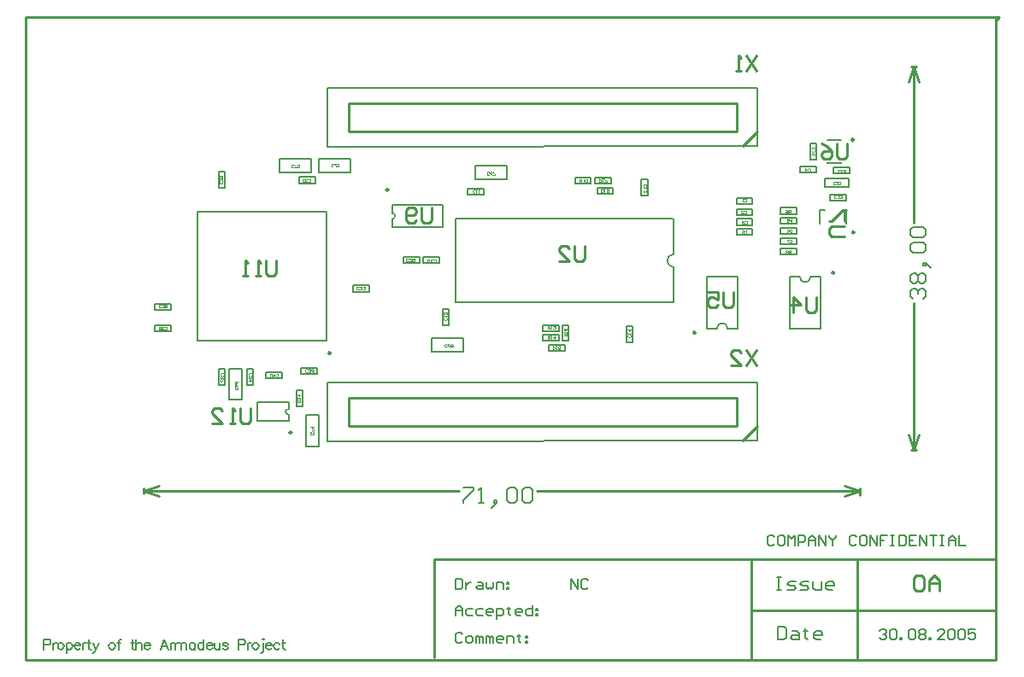
<source format=gbo>
%FSLAX42Y42*%
%MOMM*%
G71*
G01*
G75*
%ADD10C,0.45*%
%ADD11R,0.30X1.60*%
%ADD12R,0.60X0.50*%
%ADD13R,0.50X0.60*%
%ADD14R,1.20X1.50*%
%ADD15R,1.50X1.20*%
%ADD16R,0.80X0.90*%
%ADD17R,1.60X0.30*%
%ADD18R,1.95X3.40*%
%ADD19R,1.95X1.10*%
%ADD20R,1.45X0.55*%
%ADD21R,0.90X0.80*%
%ADD22R,2.60X2.40*%
%ADD23R,1.00X2.50*%
%ADD24R,2.50X6.00*%
%ADD25R,3.50X3.20*%
%ADD26R,4.50X1.50*%
%ADD27R,1.50X0.35*%
%ADD28C,0.15*%
%ADD29C,0.25*%
%ADD30C,0.15*%
%ADD31C,0.13*%
%ADD32C,0.18*%
%ADD33C,0.30*%
%ADD34C,0.40*%
%ADD35R,0.35X1.60*%
%ADD36C,0.80*%
%ADD37C,1.10*%
%ADD38O,0.35X1.60*%
%ADD39R,0.95X1.00*%
%ADD40R,1.15X0.35*%
%ADD41R,1.15X0.35*%
%ADD42R,1.65X0.30*%
%ADD43R,0.30X1.00*%
%ADD44O,0.30X1.00*%
%ADD45R,0.40X1.55*%
%ADD46R,0.40X2.20*%
%ADD47C,0.25*%
%ADD48C,0.20*%
%ADD49C,0.10*%
D29*
X7390Y2340D02*
X7540Y2490D01*
X7330D02*
Y2770D01*
X3490Y2490D02*
X7330D01*
X3490D02*
Y2770D01*
X7330D01*
X7390Y5260D02*
X7540Y5410D01*
X7330D02*
Y5690D01*
X3490Y5410D02*
X7330D01*
X3490D02*
Y5690D01*
X7330D01*
X7528Y3237D02*
X7426Y3085D01*
Y3237D02*
X7528Y3085D01*
X7274D02*
X7376D01*
X7274Y3187D01*
Y3212D01*
X7299Y3237D01*
X7350D01*
X7376Y3212D01*
X2520Y2662D02*
Y2535D01*
X2495Y2510D01*
X2444D01*
X2418Y2535D01*
Y2662D01*
X2368Y2510D02*
X2317D01*
X2342D01*
Y2662D01*
X2368Y2637D01*
X2139Y2510D02*
X2241D01*
X2139Y2612D01*
Y2637D01*
X2165Y2662D01*
X2215D01*
X2241Y2637D01*
X4310Y4652D02*
Y4525D01*
X4285Y4500D01*
X4234D01*
X4208Y4525D01*
Y4652D01*
X4158Y4525D02*
X4132Y4500D01*
X4081D01*
X4056Y4525D01*
Y4627D01*
X4081Y4652D01*
X4132D01*
X4158Y4627D01*
Y4602D01*
X4132Y4576D01*
X4056D01*
X2770Y4132D02*
Y4005D01*
X2745Y3980D01*
X2694D01*
X2668Y4005D01*
Y4132D01*
X2618Y3980D02*
X2567D01*
X2592D01*
Y4132D01*
X2618Y4107D01*
X2491Y3980D02*
X2440D01*
X2465D01*
Y4132D01*
X2491Y4107D01*
X8120Y3762D02*
Y3635D01*
X8095Y3610D01*
X8044D01*
X8018Y3635D01*
Y3762D01*
X7891Y3610D02*
Y3762D01*
X7968Y3686D01*
X7866D01*
X7527Y6158D02*
X7425Y6006D01*
Y6158D02*
X7527Y6006D01*
X7374D02*
X7324D01*
X7349D01*
Y6158D01*
X7374Y6133D01*
X7300Y3812D02*
Y3685D01*
X7275Y3660D01*
X7224D01*
X7198Y3685D01*
Y3812D01*
X7046D02*
X7148D01*
Y3736D01*
X7097Y3762D01*
X7071D01*
X7046Y3736D01*
Y3685D01*
X7071Y3660D01*
X7122D01*
X7148Y3685D01*
X5830Y4272D02*
Y4145D01*
X5805Y4120D01*
X5754D01*
X5728Y4145D01*
Y4272D01*
X5576Y4120D02*
X5678D01*
X5576Y4222D01*
Y4247D01*
X5601Y4272D01*
X5652D01*
X5678Y4247D01*
X8430Y5292D02*
Y5165D01*
X8405Y5140D01*
X8354D01*
X8328Y5165D01*
Y5292D01*
X8176D02*
X8227Y5267D01*
X8278Y5216D01*
Y5165D01*
X8252Y5140D01*
X8201D01*
X8176Y5165D01*
Y5191D01*
X8201Y5216D01*
X8278D01*
X8402Y4370D02*
X8275D01*
X8250Y4395D01*
Y4446D01*
X8275Y4472D01*
X8402D01*
Y4522D02*
Y4624D01*
X8377D01*
X8275Y4522D01*
X8250D01*
X9060Y6051D02*
X9115D01*
X9065Y2251D02*
X9110D01*
X9090Y4502D02*
Y6051D01*
Y2251D02*
Y3710D01*
X9039Y5898D02*
X9090Y6051D01*
X9141Y5898D01*
X9090Y2251D02*
X9141Y2403D01*
X9039D02*
X9090Y2251D01*
X1457Y1815D02*
Y1865D01*
X8557Y1800D02*
Y1865D01*
X1457Y1840D02*
X4583D01*
X5350D02*
X8557D01*
X1457D02*
X1610Y1789D01*
X1457Y1840D02*
X1610Y1891D01*
X8405D02*
X8557Y1840D01*
X8405Y1789D02*
X8557Y1840D01*
X8530Y170D02*
Y1170D01*
X7480Y660D02*
X9900D01*
X7480Y180D02*
Y1170D01*
X4340Y190D02*
Y1170D01*
X9900D01*
Y170D02*
Y6540D01*
Y6510D02*
X9930Y6540D01*
X290D02*
X9930D01*
X290Y170D02*
Y6540D01*
Y170D02*
X9900D01*
X9090Y977D02*
X9115Y1002D01*
X9166D01*
X9192Y977D01*
Y875D01*
X9166Y850D01*
X9115D01*
X9090Y875D01*
Y977D01*
X9242Y850D02*
Y952D01*
X9293Y1002D01*
X9344Y952D01*
Y850D01*
Y926D01*
X9242D01*
D30*
X9078Y3751D02*
X9053Y3776D01*
Y3827D01*
X9078Y3852D01*
X9104D01*
X9129Y3827D01*
Y3801D01*
Y3827D01*
X9155Y3852D01*
X9180D01*
X9205Y3827D01*
Y3776D01*
X9180Y3751D01*
X9078Y3903D02*
X9053Y3928D01*
Y3979D01*
X9078Y4005D01*
X9104D01*
X9129Y3979D01*
X9155Y4005D01*
X9180D01*
X9205Y3979D01*
Y3928D01*
X9180Y3903D01*
X9155D01*
X9129Y3928D01*
X9104Y3903D01*
X9078D01*
X9129Y3928D02*
Y3979D01*
X9231Y4081D02*
X9205Y4106D01*
X9180D01*
Y4081D01*
X9205D01*
Y4106D01*
X9231Y4081D01*
X9256Y4055D01*
X9078Y4208D02*
X9053Y4233D01*
Y4284D01*
X9078Y4309D01*
X9180D01*
X9205Y4284D01*
Y4233D01*
X9180Y4208D01*
X9078D01*
Y4360D02*
X9053Y4385D01*
Y4436D01*
X9078Y4462D01*
X9180D01*
X9205Y4436D01*
Y4385D01*
X9180Y4360D01*
X9078D01*
X4624Y1876D02*
X4725D01*
Y1850D01*
X4624Y1749D01*
Y1723D01*
X4776D02*
X4827D01*
X4802D01*
Y1876D01*
X4776Y1850D01*
X4928Y1698D02*
X4954Y1723D01*
Y1749D01*
X4928D01*
Y1723D01*
X4954D01*
X4928Y1698D01*
X4903Y1672D01*
X5055Y1850D02*
X5081Y1876D01*
X5132D01*
X5157Y1850D01*
Y1749D01*
X5132Y1723D01*
X5081D01*
X5055Y1749D01*
Y1850D01*
X5208D02*
X5233Y1876D01*
X5284D01*
X5309Y1850D01*
Y1749D01*
X5284Y1723D01*
X5233D01*
X5208Y1749D01*
Y1850D01*
D31*
X5630Y3230D02*
Y3290D01*
X5470Y3230D02*
Y3290D01*
X5630D01*
X5470Y3230D02*
X5630D01*
X5610Y3490D02*
X5670D01*
X5610Y3330D02*
X5670D01*
X5610D02*
Y3490D01*
X5670Y3330D02*
Y3490D01*
X5570Y3330D02*
Y3390D01*
X5410Y3330D02*
Y3390D01*
X5570D01*
X5410Y3330D02*
X5570D01*
X6240Y3480D02*
X6300D01*
X6240Y3320D02*
X6300D01*
X6240D02*
Y3480D01*
X6300Y3320D02*
Y3480D01*
X4420Y3650D02*
X4480D01*
X4420Y3490D02*
X4480D01*
X4420D02*
Y3650D01*
X4480Y3490D02*
Y3650D01*
X6390Y4770D02*
X6450D01*
X6390Y4930D02*
X6450D01*
Y4770D02*
Y4930D01*
X6390Y4770D02*
Y4930D01*
X4830Y4780D02*
Y4840D01*
X4670Y4780D02*
Y4840D01*
X4830D01*
X4670Y4780D02*
X4830D01*
X1570Y3640D02*
X1730D01*
X1570Y3700D02*
X1730D01*
X1570Y3640D02*
Y3700D01*
X1730Y3640D02*
Y3700D01*
X1570Y3490D02*
X1730D01*
X1570Y3430D02*
X1730D01*
Y3490D01*
X1570Y3430D02*
Y3490D01*
X2480Y2890D02*
Y3050D01*
X2540Y2890D02*
Y3050D01*
X2480D02*
X2540D01*
X2480Y2890D02*
X2540D01*
X2260Y4850D02*
Y5010D01*
X2200Y4850D02*
Y5010D01*
Y4850D02*
X2260D01*
X2200Y5010D02*
X2260D01*
X3000Y4895D02*
Y4955D01*
X3160Y4895D02*
Y4955D01*
X3000Y4895D02*
X3160D01*
X3000Y4955D02*
X3160D01*
X3530Y3820D02*
X3690D01*
X3530Y3880D02*
X3690D01*
X3530Y3820D02*
Y3880D01*
X3690Y3820D02*
Y3880D01*
X3020Y3000D02*
X3180D01*
X3020Y3060D02*
X3180D01*
X3020Y3000D02*
Y3060D01*
X3180Y3000D02*
Y3060D01*
X2200Y2890D02*
Y3050D01*
X2260Y2890D02*
Y3050D01*
X2200D02*
X2260D01*
X2200Y2890D02*
X2260D01*
X2970Y2840D02*
X3030D01*
X2970Y2680D02*
X3030D01*
X2970D02*
Y2840D01*
X3030Y2680D02*
Y2840D01*
X2670Y3020D02*
X2830D01*
X2670Y2960D02*
X2830D01*
Y3020D01*
X2670Y2960D02*
Y3020D01*
X4230Y4160D02*
X4390D01*
X4230Y4100D02*
X4390D01*
Y4160D01*
X4230Y4100D02*
Y4160D01*
X4030Y4100D02*
X4190D01*
X4030Y4160D02*
X4190D01*
X4030Y4100D02*
Y4160D01*
X4190Y4100D02*
Y4160D01*
X7930Y4490D02*
Y4550D01*
X7770Y4490D02*
Y4550D01*
X7930D01*
X7770Y4490D02*
X7930D01*
X7770Y4590D02*
Y4650D01*
X7930Y4590D02*
Y4650D01*
X7770Y4590D02*
X7930D01*
X7770Y4650D02*
X7930D01*
X7770Y4190D02*
Y4250D01*
X7930Y4190D02*
Y4250D01*
X7770Y4190D02*
X7930D01*
X7770Y4250D02*
X7930D01*
X7770Y4290D02*
Y4350D01*
X7930Y4290D02*
Y4350D01*
X7770Y4290D02*
X7930D01*
X7770Y4350D02*
X7930D01*
X7770Y4390D02*
Y4450D01*
X7930Y4390D02*
Y4450D01*
X7770Y4390D02*
X7930D01*
X7770Y4450D02*
X7930D01*
X7960Y5000D02*
Y5060D01*
X8120Y5000D02*
Y5060D01*
X7960Y5000D02*
X8120D01*
X7960Y5060D02*
X8120D01*
X7330Y4380D02*
Y4440D01*
X7490Y4380D02*
Y4440D01*
X7330Y4380D02*
X7490D01*
X7330Y4440D02*
X7490D01*
X7330Y4480D02*
Y4540D01*
X7490Y4480D02*
Y4540D01*
X7330Y4480D02*
X7490D01*
X7330Y4540D02*
X7490D01*
X7330Y4580D02*
Y4640D01*
X7490Y4580D02*
Y4640D01*
X7330Y4580D02*
X7490D01*
X7330Y4640D02*
X7490D01*
X7330Y4690D02*
Y4750D01*
X7490Y4690D02*
Y4750D01*
X7330Y4690D02*
X7490D01*
X7330Y4750D02*
X7490D01*
X8060Y5130D02*
X8120D01*
X8060Y5290D02*
X8120D01*
Y5130D02*
Y5290D01*
X8060Y5130D02*
Y5290D01*
X8290Y4990D02*
Y5050D01*
X8450Y4990D02*
Y5050D01*
X8290Y4990D02*
X8450D01*
X8290Y5050D02*
X8450D01*
X8420Y4720D02*
Y4780D01*
X8260Y4720D02*
Y4780D01*
X8420D01*
X8260Y4720D02*
X8420D01*
X5890Y4890D02*
Y4950D01*
X5730Y4890D02*
Y4950D01*
X5890D01*
X5730Y4890D02*
X5890D01*
X6110Y4790D02*
Y4850D01*
X5950Y4790D02*
Y4850D01*
X6110D01*
X5950Y4790D02*
X6110D01*
X5930Y4890D02*
Y4950D01*
X6090Y4890D02*
Y4950D01*
X5930Y4890D02*
X6090D01*
X5930Y4950D02*
X6090D01*
X5570Y3430D02*
Y3490D01*
X5410Y3430D02*
Y3490D01*
X5570D01*
X5410Y3430D02*
X5570D01*
X8750Y455D02*
X8767Y472D01*
X8801D01*
X8818Y455D01*
Y438D01*
X8801Y421D01*
X8784D01*
X8801D01*
X8818Y404D01*
Y387D01*
X8801Y370D01*
X8767D01*
X8750Y387D01*
X8852Y455D02*
X8868Y472D01*
X8902D01*
X8919Y455D01*
Y387D01*
X8902Y370D01*
X8868D01*
X8852Y387D01*
Y455D01*
X8953Y370D02*
Y387D01*
X8970D01*
Y370D01*
X8953D01*
X9038Y455D02*
X9055Y472D01*
X9089D01*
X9105Y455D01*
Y387D01*
X9089Y370D01*
X9055D01*
X9038Y387D01*
Y455D01*
X9139D02*
X9156Y472D01*
X9190D01*
X9207Y455D01*
Y438D01*
X9190Y421D01*
X9207Y404D01*
Y387D01*
X9190Y370D01*
X9156D01*
X9139Y387D01*
Y404D01*
X9156Y421D01*
X9139Y438D01*
Y455D01*
X9156Y421D02*
X9190D01*
X9241Y370D02*
Y387D01*
X9258D01*
Y370D01*
X9241D01*
X9393D02*
X9326D01*
X9393Y438D01*
Y455D01*
X9376Y472D01*
X9342D01*
X9326Y455D01*
X9427D02*
X9444Y472D01*
X9478D01*
X9495Y455D01*
Y387D01*
X9478Y370D01*
X9444D01*
X9427Y387D01*
Y455D01*
X9529D02*
X9546Y472D01*
X9579D01*
X9596Y455D01*
Y387D01*
X9579Y370D01*
X9546D01*
X9529Y387D01*
Y455D01*
X9698Y472D02*
X9630D01*
Y421D01*
X9664Y438D01*
X9681D01*
X9698Y421D01*
Y387D01*
X9681Y370D01*
X9647D01*
X9630Y387D01*
X5690Y870D02*
Y972D01*
X5758Y870D01*
Y972D01*
X5859Y955D02*
X5842Y972D01*
X5808D01*
X5792Y955D01*
Y887D01*
X5808Y870D01*
X5842D01*
X5859Y887D01*
X470Y318D02*
X514D01*
X528Y323D01*
X533Y328D01*
X538Y338D01*
Y352D01*
X533Y362D01*
X528Y367D01*
X514Y372D01*
X470D01*
Y270D01*
X560Y338D02*
Y270D01*
Y309D02*
X565Y323D01*
X575Y333D01*
X585Y338D01*
X599D01*
X633D02*
X623Y333D01*
X613Y323D01*
X608Y309D01*
Y299D01*
X613Y285D01*
X623Y275D01*
X633Y270D01*
X647D01*
X657Y275D01*
X666Y285D01*
X671Y299D01*
Y309D01*
X666Y323D01*
X657Y333D01*
X647Y338D01*
X633D01*
X693D02*
Y236D01*
Y323D02*
X703Y333D01*
X713Y338D01*
X727D01*
X737Y333D01*
X747Y323D01*
X752Y309D01*
Y299D01*
X747Y285D01*
X737Y275D01*
X727Y270D01*
X713D01*
X703Y275D01*
X693Y285D01*
X773Y309D02*
X831D01*
Y318D01*
X826Y328D01*
X822Y333D01*
X812Y338D01*
X797D01*
X788Y333D01*
X778Y323D01*
X773Y309D01*
Y299D01*
X778Y285D01*
X788Y275D01*
X797Y270D01*
X812D01*
X822Y275D01*
X831Y285D01*
X853Y338D02*
Y270D01*
Y309D02*
X858Y323D01*
X868Y333D01*
X877Y338D01*
X892D01*
X915Y372D02*
Y289D01*
X920Y275D01*
X930Y270D01*
X940D01*
X901Y338D02*
X935D01*
X959D02*
X988Y270D01*
X1017Y338D02*
X988Y270D01*
X978Y251D01*
X969Y241D01*
X959Y236D01*
X954D01*
X1138Y338D02*
X1128Y333D01*
X1119Y323D01*
X1114Y309D01*
Y299D01*
X1119Y285D01*
X1128Y275D01*
X1138Y270D01*
X1153D01*
X1162Y275D01*
X1172Y285D01*
X1177Y299D01*
Y309D01*
X1172Y323D01*
X1162Y333D01*
X1153Y338D01*
X1138D01*
X1238Y372D02*
X1228D01*
X1218Y367D01*
X1213Y352D01*
Y270D01*
X1199Y338D02*
X1233D01*
X1346Y372D02*
Y289D01*
X1351Y275D01*
X1361Y270D01*
X1371D01*
X1332Y338D02*
X1366D01*
X1385Y372D02*
Y270D01*
Y318D02*
X1400Y333D01*
X1409Y338D01*
X1424D01*
X1434Y333D01*
X1438Y318D01*
Y270D01*
X1465Y309D02*
X1523D01*
Y318D01*
X1518Y328D01*
X1513Y333D01*
X1504Y338D01*
X1489D01*
X1479Y333D01*
X1470Y323D01*
X1465Y309D01*
Y299D01*
X1470Y285D01*
X1479Y275D01*
X1489Y270D01*
X1504D01*
X1513Y275D01*
X1523Y285D01*
X1702Y270D02*
X1663Y372D01*
X1625Y270D01*
X1639Y304D02*
X1687D01*
X1726Y338D02*
Y270D01*
Y309D02*
X1731Y323D01*
X1740Y333D01*
X1750Y338D01*
X1764D01*
X1774D02*
Y270D01*
Y318D02*
X1788Y333D01*
X1798Y338D01*
X1812D01*
X1822Y333D01*
X1827Y318D01*
Y270D01*
Y318D02*
X1841Y333D01*
X1851Y338D01*
X1865D01*
X1875Y333D01*
X1880Y318D01*
Y270D01*
X1970Y338D02*
Y270D01*
Y323D02*
X1960Y333D01*
X1951Y338D01*
X1936D01*
X1926Y333D01*
X1917Y323D01*
X1912Y309D01*
Y299D01*
X1917Y285D01*
X1926Y275D01*
X1936Y270D01*
X1951D01*
X1960Y275D01*
X1970Y285D01*
X2055Y372D02*
Y270D01*
Y323D02*
X2045Y333D01*
X2036Y338D01*
X2021D01*
X2012Y333D01*
X2002Y323D01*
X1997Y309D01*
Y299D01*
X2002Y285D01*
X2012Y275D01*
X2021Y270D01*
X2036D01*
X2045Y275D01*
X2055Y285D01*
X2082Y309D02*
X2140D01*
Y318D01*
X2135Y328D01*
X2131Y333D01*
X2121Y338D01*
X2106D01*
X2097Y333D01*
X2087Y323D01*
X2082Y309D01*
Y299D01*
X2087Y285D01*
X2097Y275D01*
X2106Y270D01*
X2121D01*
X2131Y275D01*
X2140Y285D01*
X2162Y338D02*
Y289D01*
X2167Y275D01*
X2177Y270D01*
X2191D01*
X2201Y275D01*
X2215Y289D01*
Y338D02*
Y270D01*
X2295Y323D02*
X2290Y333D01*
X2276Y338D01*
X2261D01*
X2247Y333D01*
X2242Y323D01*
X2247Y314D01*
X2256Y309D01*
X2281Y304D01*
X2290Y299D01*
X2295Y289D01*
Y285D01*
X2290Y275D01*
X2276Y270D01*
X2261D01*
X2247Y275D01*
X2242Y285D01*
X2396Y318D02*
X2440D01*
X2454Y323D01*
X2459Y328D01*
X2464Y338D01*
Y352D01*
X2459Y362D01*
X2454Y367D01*
X2440Y372D01*
X2396D01*
Y270D01*
X2487Y338D02*
Y270D01*
Y309D02*
X2491Y323D01*
X2501Y333D01*
X2511Y338D01*
X2525D01*
X2559D02*
X2549Y333D01*
X2539Y323D01*
X2534Y309D01*
Y299D01*
X2539Y285D01*
X2549Y275D01*
X2559Y270D01*
X2573D01*
X2583Y275D01*
X2592Y285D01*
X2597Y299D01*
Y309D01*
X2592Y323D01*
X2583Y333D01*
X2573Y338D01*
X2559D01*
X2639Y372D02*
X2644Y367D01*
X2649Y372D01*
X2644Y376D01*
X2639Y372D01*
X2644Y338D02*
Y255D01*
X2639Y241D01*
X2629Y236D01*
X2620D01*
X2667Y309D02*
X2726D01*
Y318D01*
X2721Y328D01*
X2716Y333D01*
X2706Y338D01*
X2692D01*
X2682Y333D01*
X2672Y323D01*
X2667Y309D01*
Y299D01*
X2672Y285D01*
X2682Y275D01*
X2692Y270D01*
X2706D01*
X2716Y275D01*
X2726Y285D01*
X2805Y323D02*
X2796Y333D01*
X2786Y338D01*
X2771D01*
X2762Y333D01*
X2752Y323D01*
X2747Y309D01*
Y299D01*
X2752Y285D01*
X2762Y275D01*
X2771Y270D01*
X2786D01*
X2796Y275D01*
X2805Y285D01*
X2842Y372D02*
Y289D01*
X2846Y275D01*
X2856Y270D01*
X2866D01*
X2827Y338D02*
X2861D01*
X4550Y610D02*
Y678D01*
X4584Y712D01*
X4618Y678D01*
Y610D01*
Y661D01*
X4550D01*
X4719Y678D02*
X4668D01*
X4652Y661D01*
Y627D01*
X4668Y610D01*
X4719D01*
X4821Y678D02*
X4770D01*
X4753Y661D01*
Y627D01*
X4770Y610D01*
X4821D01*
X4905D02*
X4872D01*
X4855Y627D01*
Y661D01*
X4872Y678D01*
X4905D01*
X4922Y661D01*
Y644D01*
X4855D01*
X4956Y576D02*
Y678D01*
X5007D01*
X5024Y661D01*
Y627D01*
X5007Y610D01*
X4956D01*
X5075Y695D02*
Y678D01*
X5058D01*
X5092D01*
X5075D01*
Y627D01*
X5092Y610D01*
X5193D02*
X5159D01*
X5142Y627D01*
Y661D01*
X5159Y678D01*
X5193D01*
X5210Y661D01*
Y644D01*
X5142D01*
X5312Y712D02*
Y610D01*
X5261D01*
X5244Y627D01*
Y661D01*
X5261Y678D01*
X5312D01*
X5346D02*
X5363D01*
Y661D01*
X5346D01*
Y678D01*
Y627D02*
X5363D01*
Y610D01*
X5346D01*
Y627D01*
X4550Y972D02*
Y870D01*
X4601D01*
X4618Y887D01*
Y955D01*
X4601Y972D01*
X4550D01*
X4652Y938D02*
Y870D01*
Y904D01*
X4668Y921D01*
X4685Y938D01*
X4702D01*
X4770D02*
X4804D01*
X4821Y921D01*
Y870D01*
X4770D01*
X4753Y887D01*
X4770Y904D01*
X4821D01*
X4855Y938D02*
Y887D01*
X4872Y870D01*
X4889Y887D01*
X4905Y870D01*
X4922Y887D01*
Y938D01*
X4956Y870D02*
Y938D01*
X5007D01*
X5024Y921D01*
Y870D01*
X5058Y938D02*
X5075D01*
Y921D01*
X5058D01*
Y938D01*
Y887D02*
X5075D01*
Y870D01*
X5058D01*
Y887D01*
X4618Y425D02*
X4601Y442D01*
X4567D01*
X4550Y425D01*
Y357D01*
X4567Y340D01*
X4601D01*
X4618Y357D01*
X4668Y340D02*
X4702D01*
X4719Y357D01*
Y391D01*
X4702Y408D01*
X4668D01*
X4652Y391D01*
Y357D01*
X4668Y340D01*
X4753D02*
Y408D01*
X4770D01*
X4787Y391D01*
Y340D01*
Y391D01*
X4804Y408D01*
X4821Y391D01*
Y340D01*
X4855D02*
Y408D01*
X4872D01*
X4889Y391D01*
Y340D01*
Y391D01*
X4905Y408D01*
X4922Y391D01*
Y340D01*
X5007D02*
X4973D01*
X4956Y357D01*
Y391D01*
X4973Y408D01*
X5007D01*
X5024Y391D01*
Y374D01*
X4956D01*
X5058Y340D02*
Y408D01*
X5109D01*
X5126Y391D01*
Y340D01*
X5176Y425D02*
Y408D01*
X5159D01*
X5193D01*
X5176D01*
Y357D01*
X5193Y340D01*
X5244Y408D02*
X5261D01*
Y391D01*
X5244D01*
Y408D01*
Y357D02*
X5261D01*
Y340D01*
X5244D01*
Y357D01*
X7708Y1385D02*
X7691Y1402D01*
X7657D01*
X7640Y1385D01*
Y1317D01*
X7657Y1300D01*
X7691D01*
X7708Y1317D01*
X7792Y1402D02*
X7758D01*
X7742Y1385D01*
Y1317D01*
X7758Y1300D01*
X7792D01*
X7809Y1317D01*
Y1385D01*
X7792Y1402D01*
X7843Y1300D02*
Y1402D01*
X7877Y1368D01*
X7911Y1402D01*
Y1300D01*
X7945D02*
Y1402D01*
X7995D01*
X8012Y1385D01*
Y1351D01*
X7995Y1334D01*
X7945D01*
X8046Y1300D02*
Y1368D01*
X8080Y1402D01*
X8114Y1368D01*
Y1300D01*
Y1351D01*
X8046D01*
X8148Y1300D02*
Y1402D01*
X8216Y1300D01*
Y1402D01*
X8249D02*
Y1385D01*
X8283Y1351D01*
X8317Y1385D01*
Y1402D01*
X8283Y1351D02*
Y1300D01*
X8520Y1385D02*
X8503Y1402D01*
X8469D01*
X8453Y1385D01*
Y1317D01*
X8469Y1300D01*
X8503D01*
X8520Y1317D01*
X8605Y1402D02*
X8571D01*
X8554Y1385D01*
Y1317D01*
X8571Y1300D01*
X8605D01*
X8622Y1317D01*
Y1385D01*
X8605Y1402D01*
X8656Y1300D02*
Y1402D01*
X8723Y1300D01*
Y1402D01*
X8825D02*
X8757D01*
Y1351D01*
X8791D01*
X8757D01*
Y1300D01*
X8859Y1402D02*
X8893D01*
X8876D01*
Y1300D01*
X8859D01*
X8893D01*
X8943Y1402D02*
Y1300D01*
X8994D01*
X9011Y1317D01*
Y1385D01*
X8994Y1402D01*
X8943D01*
X9113D02*
X9045D01*
Y1300D01*
X9113D01*
X9045Y1351D02*
X9079D01*
X9147Y1300D02*
Y1402D01*
X9214Y1300D01*
Y1402D01*
X9248D02*
X9316D01*
X9282D01*
Y1300D01*
X9350Y1402D02*
X9384D01*
X9367D01*
Y1300D01*
X9350D01*
X9384D01*
X9434D02*
Y1368D01*
X9468Y1402D01*
X9502Y1368D01*
Y1300D01*
Y1351D01*
X9434D01*
X9536Y1402D02*
Y1300D01*
X9604D01*
D32*
X7740Y497D02*
Y370D01*
X7803D01*
X7825Y391D01*
Y476D01*
X7803Y497D01*
X7740D01*
X7888Y455D02*
X7930D01*
X7952Y433D01*
Y370D01*
X7888D01*
X7867Y391D01*
X7888Y412D01*
X7952D01*
X8015Y476D02*
Y455D01*
X7994D01*
X8036D01*
X8015D01*
Y391D01*
X8036Y370D01*
X8163D02*
X8121D01*
X8100Y391D01*
Y433D01*
X8121Y455D01*
X8163D01*
X8184Y433D01*
Y412D01*
X8100D01*
X7730Y987D02*
X7772D01*
X7751D01*
Y860D01*
X7730D01*
X7772D01*
X7836D02*
X7899D01*
X7920Y881D01*
X7899Y902D01*
X7857D01*
X7836Y923D01*
X7857Y945D01*
X7920D01*
X7963Y860D02*
X8026D01*
X8047Y881D01*
X8026Y902D01*
X7984D01*
X7963Y923D01*
X7984Y945D01*
X8047D01*
X8090D02*
Y881D01*
X8111Y860D01*
X8174D01*
Y945D01*
X8280Y860D02*
X8238D01*
X8217Y881D01*
Y923D01*
X8238Y945D01*
X8280D01*
X8301Y923D01*
Y902D01*
X8217D01*
D47*
X8500Y4408D02*
G03*
X8500Y4408I-12J0D01*
G01*
X8493Y5325D02*
G03*
X8493Y5325I-12J0D01*
G01*
X3312Y3210D02*
G03*
X3312Y3210I-12J0D01*
G01*
X8300Y4008D02*
G03*
X8300Y4008I-12J0D01*
G01*
X6925Y3412D02*
G03*
X6925Y3412I-12J0D01*
G01*
X2925Y2423D02*
G03*
X2925Y2423I-12J0D01*
G01*
X3885Y4830D02*
G03*
X3885Y4830I-12J0D01*
G01*
D48*
X7958Y3965D02*
G03*
X8062Y3965I52J0D01*
G01*
X7242Y3455D02*
G03*
X7138Y3455I-52J0D01*
G01*
X6708Y4190D02*
G03*
X6708Y4063I0J-63D01*
G01*
X2895Y2660D02*
G03*
X2895Y2600I0J-30D01*
G01*
X3920Y4542D02*
G03*
X3920Y4598I0J28D01*
G01*
X3280Y2337D02*
X7540Y2340D01*
X3280Y2337D02*
Y2920D01*
X7540D01*
Y2340D02*
Y2920D01*
X3065Y2285D02*
X3195D01*
X3065Y2595D02*
X3130Y2595D01*
X3195Y2440D02*
Y2595D01*
X3195Y2440D02*
X3195Y2285D01*
X3130Y2595D02*
X3195D01*
X3065Y2285D02*
X3065Y2595D01*
X4315Y3225D02*
Y3355D01*
X4625Y3290D02*
X4625Y3355D01*
X4470Y3225D02*
X4625D01*
X4315D02*
X4470Y3225D01*
X4625Y3225D02*
Y3290D01*
X4315Y3355D02*
X4625Y3355D01*
X2305Y2745D02*
X2435D01*
X2305Y3055D02*
X2370Y3055D01*
X2435Y2900D02*
Y3055D01*
X2435Y2900D02*
X2435Y2745D01*
X2370Y3055D02*
X2435D01*
X2305Y2745D02*
X2305Y3055D01*
X2805Y5005D02*
Y5135D01*
X3115Y5070D02*
X3115Y5135D01*
X2960Y5005D02*
X3115D01*
X2805D02*
X2960Y5005D01*
X3115Y5005D02*
Y5070D01*
X2805Y5135D02*
X3115Y5135D01*
X4745Y4935D02*
Y5065D01*
X5055Y5000D02*
X5055Y5065D01*
X4900Y4935D02*
X5055D01*
X4745D02*
X4900Y4935D01*
X5055Y4935D02*
Y5000D01*
X4745Y5065D02*
X5055Y5065D01*
X3505Y5005D02*
Y5135D01*
X3195Y5005D02*
X3195Y5070D01*
Y5135D02*
X3350D01*
Y5135D02*
X3505Y5135D01*
X3195Y5070D02*
Y5135D01*
X3195Y5005D02*
X3505Y5005D01*
X8205Y4860D02*
Y4940D01*
X8445D01*
Y4860D02*
Y4940D01*
X8205Y4860D02*
X8445D01*
X8157Y4633D02*
X8203D01*
X8378D02*
X8423D01*
X8422Y4497D02*
Y4633D01*
X8157Y4497D02*
Y4633D01*
X8370Y5095D02*
Y5100D01*
X8230Y5095D02*
Y5100D01*
X8370Y5320D02*
Y5325D01*
X8230Y5320D02*
Y5325D01*
Y5095D02*
X8370D01*
X8230Y5325D02*
X8370D01*
X1990Y4610D02*
X3270D01*
X1990Y3330D02*
X3270D01*
Y4610D01*
X1990Y3330D02*
Y4610D01*
X3280Y5257D02*
X7540Y5260D01*
X3280Y5257D02*
Y5840D01*
X7540D01*
Y5260D02*
Y5840D01*
X8062Y3965D02*
X8165D01*
X7855D02*
X7958D01*
X7855Y3455D02*
X8165D01*
Y3965D01*
X7855Y3455D02*
Y3965D01*
X7345Y3455D02*
Y3965D01*
X7035Y3455D02*
Y3965D01*
X7345D01*
X7242Y3455D02*
X7345D01*
X7035D02*
X7138D01*
X4545Y3713D02*
X6695D01*
X4545D02*
Y4542D01*
X6695D01*
X6708Y4190D02*
Y4540D01*
Y3711D02*
Y4063D01*
X2585Y2720D02*
X2895D01*
X2585Y2540D02*
X2895D01*
X2585D02*
Y2720D01*
X2895Y2660D02*
Y2720D01*
Y2540D02*
Y2600D01*
X3920Y4460D02*
X4420D01*
X3920Y4680D02*
X4420D01*
Y4460D02*
Y4680D01*
X3920Y4460D02*
Y4542D01*
X3920Y4597D02*
X3920Y4680D01*
D49*
X5970Y4940D02*
Y4910D01*
X5985D01*
X5990Y4915D01*
Y4925D01*
X5985Y4930D01*
X5970D01*
X5980D02*
X5990Y4940D01*
X6000D02*
X6010D01*
X6005D01*
Y4910D01*
X6000Y4915D01*
X6025Y4910D02*
X6045D01*
Y4915D01*
X6025Y4935D01*
Y4940D01*
X5850Y4900D02*
Y4930D01*
X5835D01*
X5830Y4925D01*
Y4915D01*
X5835Y4910D01*
X5850D01*
X5840D02*
X5830Y4900D01*
X5820D02*
X5810D01*
X5815D01*
Y4930D01*
X5820Y4925D01*
X5795D02*
X5790Y4930D01*
X5780D01*
X5775Y4925D01*
Y4920D01*
X5780Y4915D01*
X5775Y4910D01*
Y4905D01*
X5780Y4900D01*
X5790D01*
X5795Y4905D01*
Y4910D01*
X5790Y4915D01*
X5795Y4920D01*
Y4925D01*
X5790Y4915D02*
X5780D01*
X5990Y4840D02*
Y4810D01*
X6005D01*
X6010Y4815D01*
Y4825D01*
X6005Y4830D01*
X5990D01*
X6000D02*
X6010Y4840D01*
X6020D02*
X6030D01*
X6025D01*
Y4810D01*
X6020Y4815D01*
X6045Y4835D02*
X6050Y4840D01*
X6060D01*
X6065Y4835D01*
Y4815D01*
X6060Y4810D01*
X6050D01*
X6045Y4815D01*
Y4820D01*
X6050Y4825D01*
X6065D01*
X5460Y3480D02*
Y3450D01*
X5475D01*
X5480Y3455D01*
Y3465D01*
X5475Y3470D01*
X5460D01*
X5470D02*
X5480Y3480D01*
X5490D02*
X5500D01*
X5495D01*
Y3450D01*
X5490Y3455D01*
X5515D02*
X5520Y3450D01*
X5530D01*
X5535Y3455D01*
Y3460D01*
X5530Y3465D01*
X5525D01*
X5530D01*
X5535Y3470D01*
Y3475D01*
X5530Y3480D01*
X5520D01*
X5515Y3475D01*
X3135Y2420D02*
X3140Y2415D01*
Y2405D01*
X3135Y2400D01*
X3115D01*
X3110Y2405D01*
Y2415D01*
X3115Y2420D01*
X3140Y2430D02*
Y2450D01*
X3135D01*
X3115Y2430D01*
X3110D01*
Y2475D02*
X3140D01*
X3125Y2460D01*
Y2480D01*
X3370Y5085D02*
X3375Y5090D01*
X3385D01*
X3390Y5085D01*
Y5065D01*
X3385Y5060D01*
X3375D01*
X3370Y5065D01*
X3360Y5090D02*
X3340D01*
Y5085D01*
X3360Y5065D01*
Y5060D01*
X3330D02*
X3320D01*
X3325D01*
Y5090D01*
X3330Y5085D01*
X2940Y5055D02*
X2935Y5050D01*
X2925D01*
X2920Y5055D01*
Y5075D01*
X2925Y5080D01*
X2935D01*
X2940Y5075D01*
X2950Y5050D02*
X2970D01*
Y5055D01*
X2950Y5075D01*
Y5080D01*
X2980Y5055D02*
X2985Y5050D01*
X2995D01*
X3000Y5055D01*
Y5075D01*
X2995Y5080D01*
X2985D01*
X2980Y5075D01*
Y5055D01*
X4460Y3275D02*
X4455Y3270D01*
X4445D01*
X4440Y3275D01*
Y3295D01*
X4445Y3300D01*
X4455D01*
X4460Y3295D01*
X4490Y3270D02*
X4480Y3275D01*
X4470Y3285D01*
Y3295D01*
X4475Y3300D01*
X4485D01*
X4490Y3295D01*
Y3290D01*
X4485Y3285D01*
X4470D01*
X4500Y3295D02*
X4505Y3300D01*
X4515D01*
X4520Y3295D01*
Y3275D01*
X4515Y3270D01*
X4505D01*
X4500Y3275D01*
Y3280D01*
X4505Y3285D01*
X4520D01*
X2385Y2870D02*
X2390Y2865D01*
Y2855D01*
X2385Y2850D01*
X2365D01*
X2360Y2855D01*
Y2865D01*
X2365Y2870D01*
X2390Y2900D02*
X2385Y2890D01*
X2375Y2880D01*
X2365D01*
X2360Y2885D01*
Y2895D01*
X2365Y2900D01*
X2370D01*
X2375Y2895D01*
Y2880D01*
X2385Y2910D02*
X2390Y2915D01*
Y2925D01*
X2385Y2930D01*
X2380D01*
X2375Y2925D01*
X2370Y2930D01*
X2365D01*
X2360Y2925D01*
Y2915D01*
X2365Y2910D01*
X2370D01*
X2375Y2915D01*
X2380Y2910D01*
X2385D01*
X2375Y2915D02*
Y2925D01*
X4880Y4985D02*
X4875Y4980D01*
X4865D01*
X4860Y4985D01*
Y5005D01*
X4865Y5010D01*
X4875D01*
X4880Y5005D01*
X4910Y4980D02*
X4900Y4985D01*
X4890Y4995D01*
Y5005D01*
X4895Y5010D01*
X4905D01*
X4910Y5005D01*
Y5000D01*
X4905Y4995D01*
X4890D01*
X4920Y4980D02*
X4940D01*
Y4985D01*
X4920Y5005D01*
Y5010D01*
X2770Y2995D02*
X2775Y3000D01*
X2785D01*
X2790Y2995D01*
Y2975D01*
X2785Y2970D01*
X2775D01*
X2770Y2975D01*
X2745Y2970D02*
Y3000D01*
X2760Y2985D01*
X2740D01*
X2730Y2995D02*
X2725Y3000D01*
X2715D01*
X2710Y2995D01*
Y2975D01*
X2715Y2970D01*
X2725D01*
X2730Y2975D01*
Y2995D01*
X1670Y3465D02*
X1675Y3470D01*
X1685D01*
X1690Y3465D01*
Y3445D01*
X1685Y3440D01*
X1675D01*
X1670Y3445D01*
X1660Y3465D02*
X1655Y3470D01*
X1645D01*
X1640Y3465D01*
Y3460D01*
X1645Y3455D01*
X1650D01*
X1645D01*
X1640Y3450D01*
Y3445D01*
X1645Y3440D01*
X1655D01*
X1660Y3445D01*
X1630D02*
X1625Y3440D01*
X1615D01*
X1610Y3445D01*
Y3465D01*
X1615Y3470D01*
X1625D01*
X1630Y3465D01*
Y3460D01*
X1625Y3455D01*
X1610D01*
X1630Y3665D02*
X1625Y3660D01*
X1615D01*
X1610Y3665D01*
Y3685D01*
X1615Y3690D01*
X1625D01*
X1630Y3685D01*
X1640Y3665D02*
X1645Y3660D01*
X1655D01*
X1660Y3665D01*
Y3670D01*
X1655Y3675D01*
X1650D01*
X1655D01*
X1660Y3680D01*
Y3685D01*
X1655Y3690D01*
X1645D01*
X1640Y3685D01*
X1670Y3665D02*
X1675Y3660D01*
X1685D01*
X1690Y3665D01*
Y3670D01*
X1685Y3675D01*
X1690Y3680D01*
Y3685D01*
X1685Y3690D01*
X1675D01*
X1670Y3685D01*
Y3680D01*
X1675Y3675D01*
X1670Y3670D01*
Y3665D01*
X1675Y3675D02*
X1685D01*
X2225Y2990D02*
X2220Y2995D01*
Y3005D01*
X2225Y3010D01*
X2245D01*
X2250Y3005D01*
Y2995D01*
X2245Y2990D01*
X2225Y2980D02*
X2220Y2975D01*
Y2965D01*
X2225Y2960D01*
X2230D01*
X2235Y2965D01*
Y2970D01*
Y2965D01*
X2240Y2960D01*
X2245D01*
X2250Y2965D01*
Y2975D01*
X2245Y2980D01*
X2220Y2950D02*
Y2930D01*
X2225D01*
X2245Y2950D01*
X2250D01*
X3080Y3025D02*
X3075Y3020D01*
X3065D01*
X3060Y3025D01*
Y3045D01*
X3065Y3050D01*
X3075D01*
X3080Y3045D01*
X3090Y3025D02*
X3095Y3020D01*
X3105D01*
X3110Y3025D01*
Y3030D01*
X3105Y3035D01*
X3100D01*
X3105D01*
X3110Y3040D01*
Y3045D01*
X3105Y3050D01*
X3095D01*
X3090Y3045D01*
X3140Y3020D02*
X3130Y3025D01*
X3120Y3035D01*
Y3045D01*
X3125Y3050D01*
X3135D01*
X3140Y3045D01*
Y3040D01*
X3135Y3035D01*
X3120D01*
X2235Y4910D02*
X2240Y4905D01*
Y4895D01*
X2235Y4890D01*
X2215D01*
X2210Y4895D01*
Y4905D01*
X2215Y4910D01*
X2235Y4920D02*
X2240Y4925D01*
Y4935D01*
X2235Y4940D01*
X2230D01*
X2225Y4935D01*
Y4930D01*
Y4935D01*
X2220Y4940D01*
X2215D01*
X2210Y4935D01*
Y4925D01*
X2215Y4920D01*
X2240Y4970D02*
Y4950D01*
X2225D01*
X2230Y4960D01*
Y4965D01*
X2225Y4970D01*
X2215D01*
X2210Y4965D01*
Y4955D01*
X2215Y4950D01*
X2505Y2990D02*
X2500Y2995D01*
Y3005D01*
X2505Y3010D01*
X2525D01*
X2530Y3005D01*
Y2995D01*
X2525Y2990D01*
X2505Y2980D02*
X2500Y2975D01*
Y2965D01*
X2505Y2960D01*
X2510D01*
X2515Y2965D01*
Y2970D01*
Y2965D01*
X2520Y2960D01*
X2525D01*
X2530Y2965D01*
Y2975D01*
X2525Y2980D01*
X2530Y2935D02*
X2500D01*
X2515Y2950D01*
Y2930D01*
X3590Y3845D02*
X3585Y3840D01*
X3575D01*
X3570Y3845D01*
Y3865D01*
X3575Y3870D01*
X3585D01*
X3590Y3865D01*
X3600Y3845D02*
X3605Y3840D01*
X3615D01*
X3620Y3845D01*
Y3850D01*
X3615Y3855D01*
X3610D01*
X3615D01*
X3620Y3860D01*
Y3865D01*
X3615Y3870D01*
X3605D01*
X3600Y3865D01*
X3630Y3845D02*
X3635Y3840D01*
X3645D01*
X3650Y3845D01*
Y3850D01*
X3645Y3855D01*
X3640D01*
X3645D01*
X3650Y3860D01*
Y3865D01*
X3645Y3870D01*
X3635D01*
X3630Y3865D01*
X4330Y4135D02*
X4335Y4140D01*
X4345D01*
X4350Y4135D01*
Y4115D01*
X4345Y4110D01*
X4335D01*
X4330Y4115D01*
X4320Y4135D02*
X4315Y4140D01*
X4305D01*
X4300Y4135D01*
Y4130D01*
X4305Y4125D01*
X4310D01*
X4305D01*
X4300Y4120D01*
Y4115D01*
X4305Y4110D01*
X4315D01*
X4320Y4115D01*
X4290Y4135D02*
X4285Y4140D01*
X4275D01*
X4270Y4135D01*
Y4115D01*
X4275Y4110D01*
X4285D01*
X4290Y4115D01*
Y4135D01*
X4080Y4125D02*
X4075Y4120D01*
X4065D01*
X4060Y4125D01*
Y4145D01*
X4065Y4150D01*
X4075D01*
X4080Y4145D01*
X4110Y4150D02*
X4090D01*
X4110Y4130D01*
Y4125D01*
X4105Y4120D01*
X4095D01*
X4090Y4125D01*
X4120D02*
X4125Y4120D01*
X4135D01*
X4140Y4125D01*
Y4130D01*
X4135Y4135D01*
X4140Y4140D01*
Y4145D01*
X4135Y4150D01*
X4125D01*
X4120Y4145D01*
Y4140D01*
X4125Y4135D01*
X4120Y4130D01*
Y4125D01*
X4125Y4135D02*
X4135D01*
X7408Y4617D02*
X7413Y4622D01*
X7423D01*
X7428Y4617D01*
Y4597D01*
X7423Y4592D01*
X7413D01*
X7408Y4597D01*
X7378Y4592D02*
X7398D01*
X7378Y4612D01*
Y4617D01*
X7383Y4622D01*
X7393D01*
X7398Y4617D01*
X8039Y5037D02*
X8044Y5042D01*
X8054D01*
X8059Y5037D01*
Y5017D01*
X8054Y5012D01*
X8044D01*
X8039Y5017D01*
X8014Y5012D02*
Y5042D01*
X8029Y5027D01*
X8009D01*
X7411Y4417D02*
X7416Y4422D01*
X7426D01*
X7431Y4417D01*
Y4397D01*
X7426Y4392D01*
X7416D01*
X7411Y4397D01*
X7381Y4422D02*
X7401D01*
Y4407D01*
X7391Y4412D01*
X7386D01*
X7381Y4407D01*
Y4397D01*
X7386Y4392D01*
X7396D01*
X7401Y4397D01*
X7412Y4517D02*
X7417Y4522D01*
X7427D01*
X7432Y4517D01*
Y4497D01*
X7427Y4492D01*
X7417D01*
X7412Y4497D01*
X7382Y4522D02*
X7392Y4517D01*
X7402Y4507D01*
Y4497D01*
X7397Y4492D01*
X7387D01*
X7382Y4497D01*
Y4502D01*
X7387Y4507D01*
X7402D01*
X8319Y4750D02*
X8314Y4745D01*
X8304D01*
X8299Y4750D01*
Y4770D01*
X8304Y4775D01*
X8314D01*
X8319Y4770D01*
X8349Y4775D02*
X8329D01*
X8349Y4755D01*
Y4750D01*
X8344Y4745D01*
X8334D01*
X8329Y4750D01*
X8359D02*
X8364Y4745D01*
X8374D01*
X8379Y4750D01*
Y4755D01*
X8374Y4760D01*
X8369D01*
X8374D01*
X8379Y4765D01*
Y4770D01*
X8374Y4775D01*
X8364D01*
X8359Y4770D01*
X7410Y4735D02*
X7415Y4740D01*
X7425D01*
X7430Y4735D01*
Y4715D01*
X7425Y4710D01*
X7415D01*
X7410Y4715D01*
X7400Y4710D02*
X7390D01*
X7395D01*
Y4740D01*
X7400Y4735D01*
X8310Y4885D02*
X8305Y4880D01*
X8295D01*
X8290Y4885D01*
Y4905D01*
X8295Y4910D01*
X8305D01*
X8310Y4905D01*
X8340Y4910D02*
X8320D01*
X8340Y4890D01*
Y4885D01*
X8335Y4880D01*
X8325D01*
X8320Y4885D01*
X8350Y4910D02*
X8360D01*
X8355D01*
Y4880D01*
X8350Y4885D01*
X3090Y4930D02*
X3095Y4935D01*
X3105D01*
X3110Y4930D01*
Y4910D01*
X3105Y4905D01*
X3095D01*
X3090Y4910D01*
X3080Y4930D02*
X3075Y4935D01*
X3065D01*
X3060Y4930D01*
Y4925D01*
X3065Y4920D01*
X3070D01*
X3065D01*
X3060Y4915D01*
Y4910D01*
X3065Y4905D01*
X3075D01*
X3080Y4910D01*
X3030Y4905D02*
X3050D01*
X3030Y4925D01*
Y4930D01*
X3035Y4935D01*
X3045D01*
X3050Y4930D01*
X7830Y4540D02*
Y4510D01*
X7845D01*
X7850Y4515D01*
Y4525D01*
X7845Y4530D01*
X7830D01*
X7840D02*
X7850Y4540D01*
X7875D02*
Y4510D01*
X7860Y4525D01*
X7880D01*
X5460Y3380D02*
Y3350D01*
X5475D01*
X5480Y3355D01*
Y3365D01*
X5475Y3370D01*
X5460D01*
X5470D02*
X5480Y3380D01*
X5490D02*
X5500D01*
X5495D01*
Y3350D01*
X5490Y3355D01*
X5530Y3380D02*
Y3350D01*
X5515Y3365D01*
X5535D01*
X8410Y5000D02*
Y5030D01*
X8395D01*
X8390Y5025D01*
Y5015D01*
X8395Y5010D01*
X8410D01*
X8400D02*
X8390Y5000D01*
X8360D02*
X8380D01*
X8360Y5020D01*
Y5025D01*
X8365Y5030D01*
X8375D01*
X8380Y5025D01*
X8350Y5030D02*
X8330D01*
Y5025D01*
X8350Y5005D01*
Y5000D01*
X4740Y4805D02*
X4735Y4800D01*
X4725D01*
X4720Y4805D01*
Y4825D01*
X4725Y4830D01*
X4735D01*
X4740Y4825D01*
X4750Y4830D02*
X4760D01*
X4755D01*
Y4800D01*
X4750Y4805D01*
X4775Y4830D02*
X4785D01*
X4780D01*
Y4800D01*
X4775Y4805D01*
X6415Y4860D02*
X6410Y4865D01*
Y4875D01*
X6415Y4880D01*
X6435D01*
X6440Y4875D01*
Y4865D01*
X6435Y4860D01*
X6440Y4850D02*
Y4840D01*
Y4845D01*
X6410D01*
X6415Y4850D01*
X6440Y4805D02*
Y4825D01*
X6420Y4805D01*
X6415D01*
X6410Y4810D01*
Y4820D01*
X6415Y4825D01*
X4455Y3560D02*
X4460Y3555D01*
Y3545D01*
X4455Y3540D01*
X4435D01*
X4430Y3545D01*
Y3555D01*
X4435Y3560D01*
X4430Y3570D02*
Y3580D01*
Y3575D01*
X4460D01*
X4455Y3570D01*
Y3595D02*
X4460Y3600D01*
Y3610D01*
X4455Y3615D01*
X4450D01*
X4445Y3610D01*
Y3605D01*
Y3610D01*
X4440Y3615D01*
X4435D01*
X4430Y3610D01*
Y3600D01*
X4435Y3595D01*
X6275Y3390D02*
X6280Y3385D01*
Y3375D01*
X6275Y3370D01*
X6255D01*
X6250Y3375D01*
Y3385D01*
X6255Y3390D01*
X6250Y3400D02*
Y3410D01*
Y3405D01*
X6280D01*
X6275Y3400D01*
X6250Y3440D02*
X6280D01*
X6265Y3425D01*
Y3445D01*
X8085Y5230D02*
X8080Y5235D01*
Y5245D01*
X8085Y5250D01*
X8105D01*
X8110Y5245D01*
Y5235D01*
X8105Y5230D01*
X8110Y5200D02*
Y5220D01*
X8090Y5200D01*
X8085D01*
X8080Y5205D01*
Y5215D01*
X8085Y5220D01*
X8110Y5170D02*
Y5190D01*
X8090Y5170D01*
X8085D01*
X8080Y5175D01*
Y5185D01*
X8085Y5190D01*
X7880Y4400D02*
Y4430D01*
X7865D01*
X7860Y4425D01*
Y4415D01*
X7865Y4410D01*
X7880D01*
X7870D02*
X7860Y4400D01*
X7830Y4430D02*
X7850D01*
Y4415D01*
X7840Y4420D01*
X7835D01*
X7830Y4415D01*
Y4405D01*
X7835Y4400D01*
X7845D01*
X7850Y4405D01*
X7870Y4600D02*
Y4630D01*
X7855D01*
X7850Y4625D01*
Y4615D01*
X7855Y4610D01*
X7870D01*
X7860D02*
X7850Y4600D01*
X7820Y4630D02*
X7830Y4625D01*
X7840Y4615D01*
Y4605D01*
X7835Y4600D01*
X7825D01*
X7820Y4605D01*
Y4610D01*
X7825Y4615D01*
X7840D01*
X7880Y4300D02*
Y4330D01*
X7865D01*
X7860Y4325D01*
Y4315D01*
X7865Y4310D01*
X7880D01*
X7870D02*
X7860Y4300D01*
X7850Y4330D02*
X7830D01*
Y4325D01*
X7850Y4305D01*
Y4300D01*
X7870Y4200D02*
Y4230D01*
X7855D01*
X7850Y4225D01*
Y4215D01*
X7855Y4210D01*
X7870D01*
X7860D02*
X7850Y4200D01*
X7840Y4225D02*
X7835Y4230D01*
X7825D01*
X7820Y4225D01*
Y4220D01*
X7825Y4215D01*
X7820Y4210D01*
Y4205D01*
X7825Y4200D01*
X7835D01*
X7840Y4205D01*
Y4210D01*
X7835Y4215D01*
X7840Y4220D01*
Y4225D01*
X7835Y4215D02*
X7825D01*
X5510Y3280D02*
Y3250D01*
X5525D01*
X5530Y3255D01*
Y3265D01*
X5525Y3270D01*
X5510D01*
X5520D02*
X5530Y3280D01*
X5540D02*
X5550D01*
X5545D01*
Y3250D01*
X5540Y3255D01*
X5585Y3250D02*
X5565D01*
Y3265D01*
X5575Y3260D01*
X5580D01*
X5585Y3265D01*
Y3275D01*
X5580Y3280D01*
X5570D01*
X5565Y3275D01*
X5620Y3380D02*
X5650D01*
Y3395D01*
X5645Y3400D01*
X5635D01*
X5630Y3395D01*
Y3380D01*
Y3390D02*
X5620Y3400D01*
Y3410D02*
Y3420D01*
Y3415D01*
X5650D01*
X5645Y3410D01*
X5650Y3455D02*
X5645Y3445D01*
X5635Y3435D01*
X5625D01*
X5620Y3440D01*
Y3450D01*
X5625Y3455D01*
X5630D01*
X5635Y3450D01*
Y3435D01*
X2980Y2720D02*
X3010D01*
Y2735D01*
X3005Y2740D01*
X2995D01*
X2990Y2735D01*
Y2720D01*
Y2730D02*
X2980Y2740D01*
X3005Y2750D02*
X3010Y2755D01*
Y2765D01*
X3005Y2770D01*
X3000D01*
X2995Y2765D01*
Y2760D01*
Y2765D01*
X2990Y2770D01*
X2985D01*
X2980Y2765D01*
Y2755D01*
X2985Y2750D01*
X2980Y2795D02*
X3010D01*
X2995Y2780D01*
Y2800D01*
M02*

</source>
